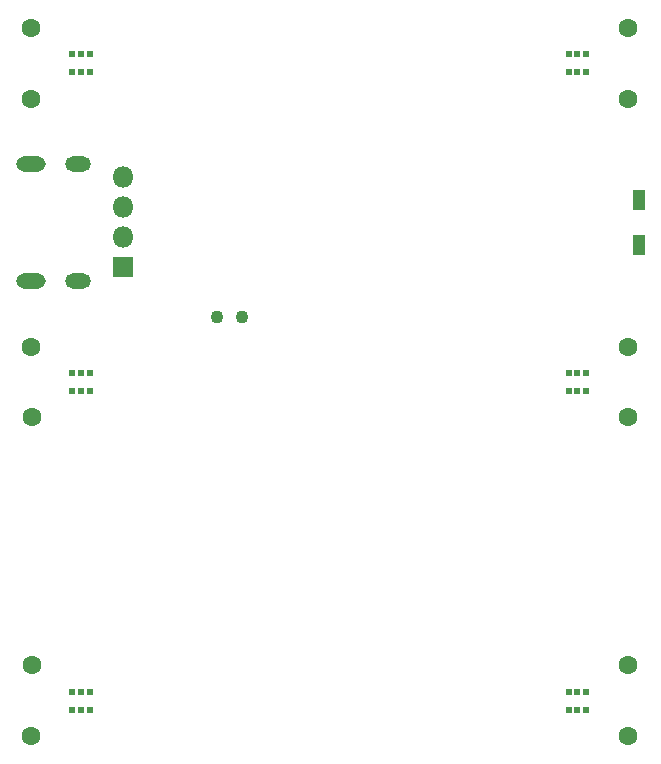
<source format=gbs>
G04 #@! TF.GenerationSoftware,KiCad,Pcbnew,(5.1.4-0-10_14)*
G04 #@! TF.CreationDate,2019-11-04T12:37:15+13:00*
G04 #@! TF.ProjectId,rng-pcb,726e672d-7063-4622-9e6b-696361645f70,rev?*
G04 #@! TF.SameCoordinates,PX7bfa480PY77afa60*
G04 #@! TF.FileFunction,Soldermask,Bot*
G04 #@! TF.FilePolarity,Negative*
%FSLAX46Y46*%
G04 Gerber Fmt 4.6, Leading zero omitted, Abs format (unit mm)*
G04 Created by KiCad (PCBNEW (5.1.4-0-10_14)) date 2019-11-04 12:37:15*
%MOMM*%
%LPD*%
G04 APERTURE LIST*
%ADD10C,0.601600*%
%ADD11C,1.601600*%
%ADD12O,2.501600X1.301600*%
%ADD13O,2.201600X1.301600*%
%ADD14R,1.101600X1.701600*%
%ADD15C,1.101600*%
%ADD16O,1.801600X1.801600*%
%ADD17R,1.801600X1.801600*%
G04 APERTURE END LIST*
D10*
X49700000Y8750000D03*
X48200000Y8750000D03*
X48200000Y10250000D03*
X49700000Y10250000D03*
X48950000Y8750000D03*
X48950000Y10250000D03*
X7700000Y8750000D03*
X6200000Y8750000D03*
X6200000Y10250000D03*
X7700000Y10250000D03*
X6950000Y8750000D03*
X6950000Y10250000D03*
X7700000Y35750000D03*
X6200000Y35750000D03*
X6200000Y37250000D03*
X7700000Y37250000D03*
X6950000Y35750000D03*
X6950000Y37250000D03*
X49700000Y35750000D03*
X48200000Y35750000D03*
X48200000Y37250000D03*
X49700000Y37250000D03*
X48950000Y35750000D03*
X48950000Y37250000D03*
X49700000Y62750000D03*
X48200000Y62750000D03*
X48200000Y64250000D03*
X49700000Y64250000D03*
X48950000Y62750000D03*
X48950000Y64250000D03*
X7700000Y62750000D03*
X6200000Y62750000D03*
X6200000Y64250000D03*
X7700000Y64250000D03*
X6950000Y62750000D03*
X6950000Y64250000D03*
D11*
X53200000Y6500000D03*
X2700000Y6500000D03*
X53250000Y12500000D03*
X2750000Y12500000D03*
X2700000Y66500000D03*
X53200000Y66500000D03*
X53250000Y39500000D03*
X2700000Y39500000D03*
D12*
X2650000Y54950000D03*
D13*
X6650000Y54950000D03*
D12*
X2650000Y45050000D03*
D13*
X6650000Y45050000D03*
D14*
X54150000Y51900000D03*
X54150000Y48100000D03*
D11*
X53250000Y33500000D03*
X2750000Y33500000D03*
X2700000Y60500000D03*
X53250000Y60500000D03*
D15*
X18400000Y42000000D03*
X20550000Y42000000D03*
D16*
X10450000Y53820000D03*
X10450000Y51280000D03*
X10450000Y48740000D03*
D17*
X10450000Y46200000D03*
M02*

</source>
